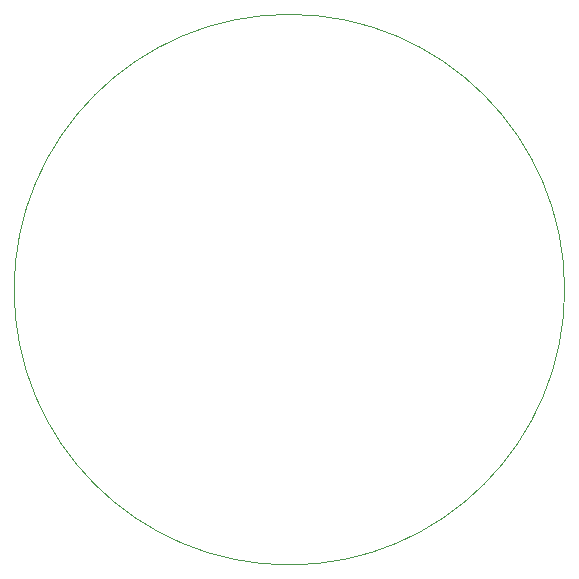
<source format=gbr>
G04 #@! TF.GenerationSoftware,KiCad,Pcbnew,(5.1.8-0-10_14)*
G04 #@! TF.CreationDate,2021-10-06T14:58:47+02:00*
G04 #@! TF.ProjectId,ATmega328P-Barebone,41546d65-6761-4333-9238-502d42617265,rev?*
G04 #@! TF.SameCoordinates,Original*
G04 #@! TF.FileFunction,Profile,NP*
%FSLAX46Y46*%
G04 Gerber Fmt 4.6, Leading zero omitted, Abs format (unit mm)*
G04 Created by KiCad (PCBNEW (5.1.8-0-10_14)) date 2021-10-06 14:58:47*
%MOMM*%
%LPD*%
G01*
G04 APERTURE LIST*
G04 #@! TA.AperFunction,Profile*
%ADD10C,0.050000*%
G04 #@! TD*
G04 APERTURE END LIST*
D10*
X179907724Y-72100000D02*
G75*
G03*
X179907724Y-72100000I-23307724J0D01*
G01*
M02*

</source>
